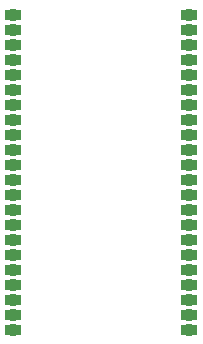
<source format=gbr>
%TF.GenerationSoftware,KiCad,Pcbnew,(6.0.7)*%
%TF.CreationDate,2022-08-07T18:47:51-07:00*%
%TF.ProjectId,M27C322-to-KM23C32000AG-adapter,4d323743-3332-4322-9d74-6f2d4b4d3233,rev?*%
%TF.SameCoordinates,Original*%
%TF.FileFunction,Soldermask,Bot*%
%TF.FilePolarity,Negative*%
%FSLAX46Y46*%
G04 Gerber Fmt 4.6, Leading zero omitted, Abs format (unit mm)*
G04 Created by KiCad (PCBNEW (6.0.7)) date 2022-08-07 18:47:51*
%MOMM*%
%LPD*%
G01*
G04 APERTURE LIST*
G04 Aperture macros list*
%AMFreePoly0*
4,1,43,0.067453,0.524421,0.088820,0.521227,0.211929,0.484410,0.231542,0.475348,0.339368,0.405458,0.352846,0.393700,0.635000,0.393700,0.683980,0.375873,0.710042,0.330732,0.711200,0.317500,0.711200,-0.317500,0.693373,-0.366480,0.648232,-0.392542,0.635000,-0.393700,0.351531,-0.393700,0.345985,-0.399827,0.329361,-0.413629,0.219858,-0.480863,0.200030,-0.489443,0.076059,-0.523242,
0.054619,-0.525912,-0.073855,-0.523557,-0.095181,-0.520103,-0.217831,-0.481785,-0.237332,-0.472484,-0.344297,-0.401282,-0.352777,-0.393700,-0.635000,-0.393700,-0.683980,-0.375873,-0.710042,-0.330732,-0.711200,-0.317500,-0.711200,0.317500,-0.693373,0.366480,-0.648232,0.392542,-0.635000,0.393700,-0.352495,0.393700,-0.350843,0.395571,-0.334389,0.409574,-0.225716,0.478141,-0.205995,0.486962,
-0.082446,0.522273,-0.061040,0.525206,0.067453,0.524421,0.067453,0.524421,$1*%
G04 Aperture macros list end*
%ADD10FreePoly0,180.000000*%
G04 APERTURE END LIST*
D10*
%TO.C,U1*%
X141359000Y-68335000D03*
X141359000Y-69605000D03*
X141359000Y-70875000D03*
X141359000Y-72145000D03*
X141359000Y-73415000D03*
X141359000Y-74685000D03*
X141359000Y-75955000D03*
X141359000Y-77225000D03*
X141359000Y-78495000D03*
X141359000Y-79765000D03*
X141359000Y-81035000D03*
X141359000Y-82305000D03*
X141359000Y-83575000D03*
X141359000Y-84845000D03*
X141359000Y-86115000D03*
X141359000Y-87385000D03*
X141359000Y-88655000D03*
X141359000Y-89925000D03*
X141359000Y-91195000D03*
X141359000Y-92465000D03*
X141359000Y-93735000D03*
X141359000Y-95005000D03*
X156281500Y-95005000D03*
X156281500Y-93735000D03*
X156281500Y-92465000D03*
X156281500Y-91195000D03*
X156281500Y-89925000D03*
X156281500Y-88655000D03*
X156281500Y-87385000D03*
X156281500Y-86115000D03*
X156281500Y-84845000D03*
X156281500Y-83575000D03*
X156281500Y-82305000D03*
X156281500Y-81035000D03*
X156281500Y-79765000D03*
X156281500Y-78495000D03*
X156281500Y-77225000D03*
X156281500Y-75955000D03*
X156281500Y-74685000D03*
X156281500Y-73415000D03*
X156281500Y-72145000D03*
X156281500Y-70875000D03*
X156281500Y-69605000D03*
X156281500Y-68335000D03*
%TD*%
M02*

</source>
